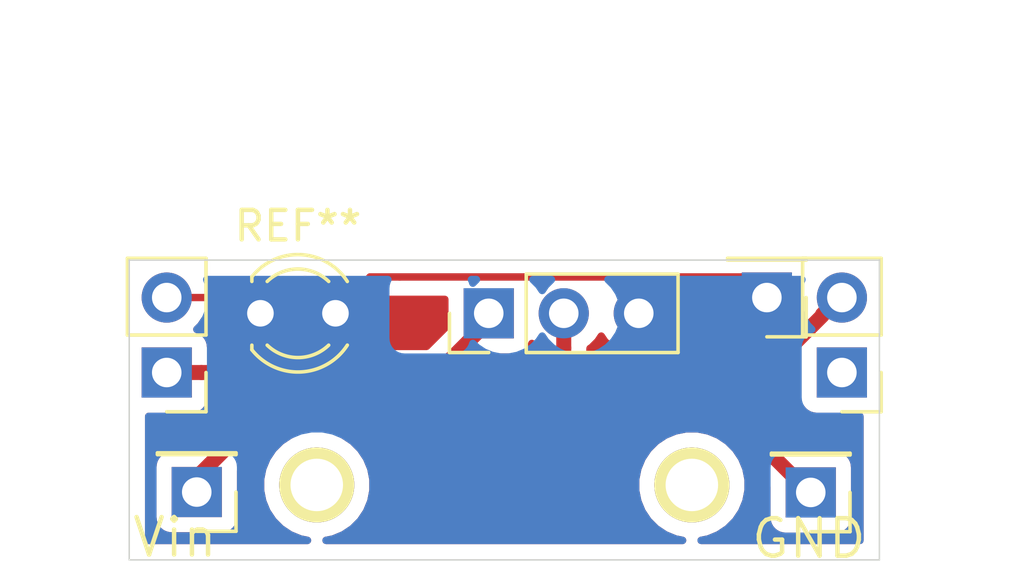
<source format=kicad_pcb>
(kicad_pcb (version 20171130) (host pcbnew ubuntu)

  (general
    (thickness 1.6)
    (drawings 6)
    (tracks 24)
    (zones 0)
    (modules 9)
    (nets 5)
  )

  (page A4)
  (title_block
    (date "jeu. 02 avril 2015")
  )

  (layers
    (0 F.Cu signal)
    (31 B.Cu signal)
    (32 B.Adhes user)
    (33 F.Adhes user)
    (34 B.Paste user)
    (35 F.Paste user)
    (36 B.SilkS user)
    (37 F.SilkS user)
    (38 B.Mask user)
    (39 F.Mask user)
    (40 Dwgs.User user)
    (41 Cmts.User user)
    (42 Eco1.User user)
    (43 Eco2.User user)
    (44 Edge.Cuts user)
    (45 Margin user)
    (46 B.CrtYd user)
    (47 F.CrtYd user)
    (48 B.Fab user hide)
    (49 F.Fab user hide)
  )

  (setup
    (last_trace_width 0.25)
    (trace_clearance 0.2)
    (zone_clearance 0.508)
    (zone_45_only no)
    (trace_min 0.2)
    (via_size 0.6)
    (via_drill 0.4)
    (via_min_size 0.4)
    (via_min_drill 0.3)
    (uvia_size 0.3)
    (uvia_drill 0.1)
    (uvias_allowed no)
    (uvia_min_size 0.2)
    (uvia_min_drill 0.1)
    (edge_width 0.1)
    (segment_width 0.15)
    (pcb_text_width 0.3)
    (pcb_text_size 1.5 1.5)
    (mod_edge_width 0.15)
    (mod_text_size 1 1)
    (mod_text_width 0.15)
    (pad_size 1.7 1.7)
    (pad_drill 1)
    (pad_to_mask_clearance 0)
    (aux_axis_origin 138.176 110.617)
    (visible_elements FFFFFF7F)
    (pcbplotparams
      (layerselection 0x00030_80000001)
      (usegerberextensions false)
      (usegerberattributes true)
      (usegerberadvancedattributes true)
      (creategerberjobfile true)
      (excludeedgelayer true)
      (linewidth 0.100000)
      (plotframeref false)
      (viasonmask false)
      (mode 1)
      (useauxorigin false)
      (hpglpennumber 1)
      (hpglpenspeed 20)
      (hpglpendiameter 15.000000)
      (psnegative false)
      (psa4output false)
      (plotreference true)
      (plotvalue true)
      (plotinvisibletext false)
      (padsonsilk false)
      (subtractmaskfromsilk false)
      (outputformat 1)
      (mirror false)
      (drillshape 1)
      (scaleselection 1)
      (outputdirectory ""))
  )

  (net 0 "")
  (net 1 "Net-(J1-Pad2)")
  (net 2 "Net-(J1-Pad1)")
  (net 3 "Net-(J7-Pad2)")
  (net 4 "Net-(J7-Pad1)")

  (net_class Default "This is the default net class."
    (clearance 0.2)
    (trace_width 0.25)
    (via_dia 0.6)
    (via_drill 0.4)
    (uvia_dia 0.3)
    (uvia_drill 0.1)
    (add_net "Net-(J1-Pad1)")
    (add_net "Net-(J1-Pad2)")
    (add_net "Net-(J7-Pad1)")
    (add_net "Net-(J7-Pad2)")
  )

  (module Connector_PinHeader_2.54mm:PinHeader_1x01_P2.54mm_Vertical (layer F.Cu) (tedit 59FED5CC) (tstamp 5FA5DBA6)
    (at 159.766 102.87 180)
    (descr "Through hole straight pin header, 1x01, 2.54mm pitch, single row")
    (tags "Through hole pin header THT 1x01 2.54mm single row")
    (path /5F5F70AD)
    (fp_text reference J8 (at 0 -2.33) (layer F.SilkS) hide
      (effects (font (size 1 1) (thickness 0.15)))
    )
    (fp_text value Conn_01x01 (at 0 4.87) (layer F.Fab)
      (effects (font (size 1 1) (thickness 0.15)))
    )
    (fp_line (start 1.8 -1.8) (end -1.8 -1.8) (layer F.CrtYd) (width 0.05))
    (fp_line (start 1.8 1.8) (end 1.8 -1.8) (layer F.CrtYd) (width 0.05))
    (fp_line (start -1.8 1.8) (end 1.8 1.8) (layer F.CrtYd) (width 0.05))
    (fp_line (start -1.8 -1.8) (end -1.8 1.8) (layer F.CrtYd) (width 0.05))
    (fp_line (start -1.33 -1.33) (end 0 -1.33) (layer F.SilkS) (width 0.12))
    (fp_line (start -1.33 0) (end -1.33 -1.33) (layer F.SilkS) (width 0.12))
    (fp_line (start -1.33 1.27) (end 1.33 1.27) (layer F.SilkS) (width 0.12))
    (fp_line (start 1.33 1.27) (end 1.33 1.33) (layer F.SilkS) (width 0.12))
    (fp_line (start -1.33 1.27) (end -1.33 1.33) (layer F.SilkS) (width 0.12))
    (fp_line (start -1.33 1.33) (end 1.33 1.33) (layer F.SilkS) (width 0.12))
    (fp_line (start -1.27 -0.635) (end -0.635 -1.27) (layer F.Fab) (width 0.1))
    (fp_line (start -1.27 1.27) (end -1.27 -0.635) (layer F.Fab) (width 0.1))
    (fp_line (start 1.27 1.27) (end -1.27 1.27) (layer F.Fab) (width 0.1))
    (fp_line (start 1.27 -1.27) (end 1.27 1.27) (layer F.Fab) (width 0.1))
    (fp_line (start -0.635 -1.27) (end 1.27 -1.27) (layer F.Fab) (width 0.1))
    (fp_text user %R (at 0 1.27 90) (layer F.Fab)
      (effects (font (size 1 1) (thickness 0.15)))
    )
    (pad 1 thru_hole rect (at 0 0 180) (size 1.7 1.7) (drill 1) (layers *.Cu *.Mask)
      (net 4 "Net-(J7-Pad1)"))
    (model ${KISYS3DMOD}/Connector_PinHeader_2.54mm.3dshapes/PinHeader_1x01_P2.54mm_Vertical.wrl
      (at (xyz 0 0 0))
      (scale (xyz 1 1 1))
      (rotate (xyz 0 0 0))
    )
  )

  (module LED_THT:LED_D3.0mm (layer F.Cu) (tedit 587A3A7B) (tstamp 5FA5D68C)
    (at 142.6187 103.4034)
    (descr "LED, diameter 3.0mm, 2 pins")
    (tags "LED diameter 3.0mm 2 pins")
    (fp_text reference REF** (at 1.27 -2.96) (layer F.SilkS)
      (effects (font (size 1 1) (thickness 0.15)))
    )
    (fp_text value LED_D3.0mm (at 1.27 2.96) (layer F.Fab) hide
      (effects (font (size 1 1) (thickness 0.15)))
    )
    (fp_line (start 3.7 -2.25) (end -1.15 -2.25) (layer F.CrtYd) (width 0.05))
    (fp_line (start 3.7 2.25) (end 3.7 -2.25) (layer F.CrtYd) (width 0.05))
    (fp_line (start -1.15 2.25) (end 3.7 2.25) (layer F.CrtYd) (width 0.05))
    (fp_line (start -1.15 -2.25) (end -1.15 2.25) (layer F.CrtYd) (width 0.05))
    (fp_line (start -0.29 1.08) (end -0.29 1.236) (layer F.SilkS) (width 0.12))
    (fp_line (start -0.29 -1.236) (end -0.29 -1.08) (layer F.SilkS) (width 0.12))
    (fp_line (start -0.23 -1.16619) (end -0.23 1.16619) (layer F.Fab) (width 0.1))
    (fp_circle (center 1.27 0) (end 2.77 0) (layer F.Fab) (width 0.1))
    (fp_arc (start 1.27 0) (end 0.229039 1.08) (angle -87.9) (layer F.SilkS) (width 0.12))
    (fp_arc (start 1.27 0) (end 0.229039 -1.08) (angle 87.9) (layer F.SilkS) (width 0.12))
    (fp_arc (start 1.27 0) (end -0.29 1.235516) (angle -108.8) (layer F.SilkS) (width 0.12))
    (fp_arc (start 1.27 0) (end -0.29 -1.235516) (angle 108.8) (layer F.SilkS) (width 0.12))
    (fp_arc (start 1.27 0) (end -0.23 -1.16619) (angle 284.3) (layer F.Fab) (width 0.1))
    (pad 2 thru_hole circle (at 2.54 0) (size 1.8 1.8) (drill 0.9) (layers *.Cu *.Mask))
    (pad 1 thru_hole rect (at 0 0) (size 1.8 1.8) (drill 0.9) (layers *.Cu *.Mask))
    (model ${KISYS3DMOD}/LED_THT.3dshapes/LED_D3.0mm.wrl
      (at (xyz 0 0 0))
      (scale (xyz 1 1 1))
      (rotate (xyz 0 0 0))
    )
  )

  (module Connector_PinHeader_2.54mm:PinHeader_1x01_P2.54mm_Vertical (layer F.Cu) (tedit 59FED5CC) (tstamp 5FA5CDA8)
    (at 161.2519 109.474 180)
    (descr "Through hole straight pin header, 1x01, 2.54mm pitch, single row")
    (tags "Through hole pin header THT 1x01 2.54mm single row")
    (path /5F5F70AD)
    (fp_text reference J8 (at 0 -2.33) (layer F.SilkS) hide
      (effects (font (size 1 1) (thickness 0.15)))
    )
    (fp_text value Conn_01x01 (at 0 4.87) (layer F.Fab) hide
      (effects (font (size 1 1) (thickness 0.15)))
    )
    (fp_line (start 1.8 -1.8) (end -1.8 -1.8) (layer F.CrtYd) (width 0.05))
    (fp_line (start 1.8 1.8) (end 1.8 -1.8) (layer F.CrtYd) (width 0.05))
    (fp_line (start -1.8 1.8) (end 1.8 1.8) (layer F.CrtYd) (width 0.05))
    (fp_line (start -1.8 -1.8) (end -1.8 1.8) (layer F.CrtYd) (width 0.05))
    (fp_line (start -1.33 -1.33) (end 0 -1.33) (layer F.SilkS) (width 0.12))
    (fp_line (start -1.33 0) (end -1.33 -1.33) (layer F.SilkS) (width 0.12))
    (fp_line (start -1.33 1.27) (end 1.33 1.27) (layer F.SilkS) (width 0.12))
    (fp_line (start 1.33 1.27) (end 1.33 1.33) (layer F.SilkS) (width 0.12))
    (fp_line (start -1.33 1.27) (end -1.33 1.33) (layer F.SilkS) (width 0.12))
    (fp_line (start -1.33 1.33) (end 1.33 1.33) (layer F.SilkS) (width 0.12))
    (fp_line (start -1.27 -0.635) (end -0.635 -1.27) (layer F.Fab) (width 0.1))
    (fp_line (start -1.27 1.27) (end -1.27 -0.635) (layer F.Fab) (width 0.1))
    (fp_line (start 1.27 1.27) (end -1.27 1.27) (layer F.Fab) (width 0.1))
    (fp_line (start 1.27 -1.27) (end 1.27 1.27) (layer F.Fab) (width 0.1))
    (fp_line (start -0.635 -1.27) (end 1.27 -1.27) (layer F.Fab) (width 0.1))
    (fp_text user %R (at 0 1.27 90) (layer F.Fab)
      (effects (font (size 1 1) (thickness 0.15)))
    )
    (pad 1 thru_hole rect (at 0 0 180) (size 1.7 1.7) (drill 1) (layers *.Cu *.Mask)
      (net 1 "Net-(J1-Pad2)"))
    (model ${KISYS3DMOD}/Connector_PinHeader_2.54mm.3dshapes/PinHeader_1x01_P2.54mm_Vertical.wrl
      (at (xyz 0 0 0))
      (scale (xyz 1 1 1))
      (rotate (xyz 0 0 0))
    )
  )

  (module Connector_PinHeader_2.54mm:PinHeader_1x01_P2.54mm_Vertical (layer F.Cu) (tedit 59FED5CC) (tstamp 5FA5CCFF)
    (at 140.462 109.4613 180)
    (descr "Through hole straight pin header, 1x01, 2.54mm pitch, single row")
    (tags "Through hole pin header THT 1x01 2.54mm single row")
    (path /5F5F70AD)
    (fp_text reference J8 (at 0 -2.33) (layer F.SilkS) hide
      (effects (font (size 1 1) (thickness 0.15)))
    )
    (fp_text value Conn_01x01 (at 0 4.87) (layer F.Fab) hide
      (effects (font (size 1 1) (thickness 0.15)))
    )
    (fp_line (start -0.635 -1.27) (end 1.27 -1.27) (layer F.Fab) (width 0.1))
    (fp_line (start 1.27 -1.27) (end 1.27 1.27) (layer F.Fab) (width 0.1))
    (fp_line (start 1.27 1.27) (end -1.27 1.27) (layer F.Fab) (width 0.1))
    (fp_line (start -1.27 1.27) (end -1.27 -0.635) (layer F.Fab) (width 0.1))
    (fp_line (start -1.27 -0.635) (end -0.635 -1.27) (layer F.Fab) (width 0.1))
    (fp_line (start -1.33 1.33) (end 1.33 1.33) (layer F.SilkS) (width 0.12))
    (fp_line (start -1.33 1.27) (end -1.33 1.33) (layer F.SilkS) (width 0.12))
    (fp_line (start 1.33 1.27) (end 1.33 1.33) (layer F.SilkS) (width 0.12))
    (fp_line (start -1.33 1.27) (end 1.33 1.27) (layer F.SilkS) (width 0.12))
    (fp_line (start -1.33 0) (end -1.33 -1.33) (layer F.SilkS) (width 0.12))
    (fp_line (start -1.33 -1.33) (end 0 -1.33) (layer F.SilkS) (width 0.12))
    (fp_line (start -1.8 -1.8) (end -1.8 1.8) (layer F.CrtYd) (width 0.05))
    (fp_line (start -1.8 1.8) (end 1.8 1.8) (layer F.CrtYd) (width 0.05))
    (fp_line (start 1.8 1.8) (end 1.8 -1.8) (layer F.CrtYd) (width 0.05))
    (fp_line (start 1.8 -1.8) (end -1.8 -1.8) (layer F.CrtYd) (width 0.05))
    (fp_text user %R (at 0 1.27 90) (layer F.Fab)
      (effects (font (size 1 1) (thickness 0.15)))
    )
    (pad 1 thru_hole rect (at 0 0 180) (size 1.7 1.7) (drill 1) (layers *.Cu *.Mask)
      (net 4 "Net-(J7-Pad1)"))
    (model ${KISYS3DMOD}/Connector_PinHeader_2.54mm.3dshapes/PinHeader_1x01_P2.54mm_Vertical.wrl
      (at (xyz 0 0 0))
      (scale (xyz 1 1 1))
      (rotate (xyz 0 0 0))
    )
  )

  (module Connector_PinHeader_2.54mm:PinHeader_1x03_P2.54mm_Vertical (layer F.Cu) (tedit 59FED5CC) (tstamp 5FA5CB17)
    (at 150.3487 103.4034 90)
    (descr "Through hole straight pin header, 1x03, 2.54mm pitch, single row")
    (tags "Through hole pin header THT 1x03 2.54mm single row")
    (fp_text reference REF** (at 0 -2.33 90) (layer F.SilkS) hide
      (effects (font (size 1 1) (thickness 0.15)))
    )
    (fp_text value PinHeader_1x03_P2.54mm_Vertical (at 0 7.41 90) (layer F.Fab)
      (effects (font (size 1 1) (thickness 0.15)))
    )
    (fp_line (start -0.635 -1.27) (end 1.27 -1.27) (layer F.Fab) (width 0.1))
    (fp_line (start 1.27 -1.27) (end 1.27 6.35) (layer F.Fab) (width 0.1))
    (fp_line (start 1.27 6.35) (end -1.27 6.35) (layer F.Fab) (width 0.1))
    (fp_line (start -1.27 6.35) (end -1.27 -0.635) (layer F.Fab) (width 0.1))
    (fp_line (start -1.27 -0.635) (end -0.635 -1.27) (layer F.Fab) (width 0.1))
    (fp_line (start -1.33 6.41) (end 1.33 6.41) (layer F.SilkS) (width 0.12))
    (fp_line (start -1.33 1.27) (end -1.33 6.41) (layer F.SilkS) (width 0.12))
    (fp_line (start 1.33 1.27) (end 1.33 6.41) (layer F.SilkS) (width 0.12))
    (fp_line (start -1.33 1.27) (end 1.33 1.27) (layer F.SilkS) (width 0.12))
    (fp_line (start -1.33 0) (end -1.33 -1.33) (layer F.SilkS) (width 0.12))
    (fp_line (start -1.33 -1.33) (end 0 -1.33) (layer F.SilkS) (width 0.12))
    (fp_line (start -1.8 -1.8) (end -1.8 6.85) (layer F.CrtYd) (width 0.05))
    (fp_line (start -1.8 6.85) (end 1.8 6.85) (layer F.CrtYd) (width 0.05))
    (fp_line (start 1.8 6.85) (end 1.8 -1.8) (layer F.CrtYd) (width 0.05))
    (fp_line (start 1.8 -1.8) (end -1.8 -1.8) (layer F.CrtYd) (width 0.05))
    (fp_text user %R (at 0 2.54) (layer F.Fab)
      (effects (font (size 1 1) (thickness 0.15)))
    )
    (pad 3 thru_hole oval (at 0 5.08 90) (size 1.7 1.7) (drill 1) (layers *.Cu *.Mask))
    (pad 2 thru_hole oval (at 0 2.54 90) (size 1.7 1.7) (drill 1) (layers *.Cu *.Mask))
    (pad 1 thru_hole rect (at 0 0 90) (size 1.7 1.7) (drill 1) (layers *.Cu *.Mask))
    (model ${KISYS3DMOD}/Connector_PinHeader_2.54mm.3dshapes/PinHeader_1x03_P2.54mm_Vertical.wrl
      (at (xyz 0 0 0))
      (scale (xyz 1 1 1))
      (rotate (xyz 0 0 0))
    )
  )

  (module Connector_PinHeader_2.54mm:PinHeader_1x02_P2.54mm_Vertical (layer F.Cu) (tedit 59FED5CC) (tstamp 5F5EF736)
    (at 139.446 105.41 180)
    (descr "Through hole straight pin header, 1x02, 2.54mm pitch, single row")
    (tags "Through hole pin header THT 1x02 2.54mm single row")
    (path /5F5F70AD)
    (fp_text reference J8 (at 0 -2.33) (layer F.SilkS) hide
      (effects (font (size 1 1) (thickness 0.15)))
    )
    (fp_text value Conn_01x02 (at 0 4.87) (layer F.Fab) hide
      (effects (font (size 1 1) (thickness 0.15)))
    )
    (fp_line (start -0.635 -1.27) (end 1.27 -1.27) (layer F.Fab) (width 0.1))
    (fp_line (start 1.27 -1.27) (end 1.27 3.81) (layer F.Fab) (width 0.1))
    (fp_line (start 1.27 3.81) (end -1.27 3.81) (layer F.Fab) (width 0.1))
    (fp_line (start -1.27 3.81) (end -1.27 -0.635) (layer F.Fab) (width 0.1))
    (fp_line (start -1.27 -0.635) (end -0.635 -1.27) (layer F.Fab) (width 0.1))
    (fp_line (start -1.33 3.87) (end 1.33 3.87) (layer F.SilkS) (width 0.12))
    (fp_line (start -1.33 1.27) (end -1.33 3.87) (layer F.SilkS) (width 0.12))
    (fp_line (start 1.33 1.27) (end 1.33 3.87) (layer F.SilkS) (width 0.12))
    (fp_line (start -1.33 1.27) (end 1.33 1.27) (layer F.SilkS) (width 0.12))
    (fp_line (start -1.33 0) (end -1.33 -1.33) (layer F.SilkS) (width 0.12))
    (fp_line (start -1.33 -1.33) (end 0 -1.33) (layer F.SilkS) (width 0.12))
    (fp_line (start -1.8 -1.8) (end -1.8 4.35) (layer F.CrtYd) (width 0.05))
    (fp_line (start -1.8 4.35) (end 1.8 4.35) (layer F.CrtYd) (width 0.05))
    (fp_line (start 1.8 4.35) (end 1.8 -1.8) (layer F.CrtYd) (width 0.05))
    (fp_line (start 1.8 -1.8) (end -1.8 -1.8) (layer F.CrtYd) (width 0.05))
    (fp_text user %R (at 0 1.27 90) (layer F.Fab)
      (effects (font (size 1 1) (thickness 0.15)))
    )
    (pad 2 thru_hole oval (at 0 2.54 180) (size 1.7 1.7) (drill 1) (layers *.Cu *.Mask)
      (net 3 "Net-(J7-Pad2)"))
    (pad 1 thru_hole rect (at 0 0 180) (size 1.7 1.7) (drill 1) (layers *.Cu *.Mask)
      (net 4 "Net-(J7-Pad1)"))
    (model ${KISYS3DMOD}/Connector_PinHeader_2.54mm.3dshapes/PinHeader_1x02_P2.54mm_Vertical.wrl
      (at (xyz 0 0 0))
      (scale (xyz 1 1 1))
      (rotate (xyz 0 0 0))
    )
  )

  (module Connector_PinHeader_2.54mm:PinHeader_1x02_P2.54mm_Vertical (layer F.Cu) (tedit 59FED5CC) (tstamp 5F5EF69C)
    (at 162.306 105.41 180)
    (descr "Through hole straight pin header, 1x02, 2.54mm pitch, single row")
    (tags "Through hole pin header THT 1x02 2.54mm single row")
    (path /5F5F4DE6)
    (fp_text reference J1 (at 0 -2.33) (layer F.SilkS) hide
      (effects (font (size 1 1) (thickness 0.15)))
    )
    (fp_text value Conn_01x02 (at 0 4.87) (layer F.Fab)
      (effects (font (size 1 1) (thickness 0.15)))
    )
    (fp_line (start -0.635 -1.27) (end 1.27 -1.27) (layer F.Fab) (width 0.1))
    (fp_line (start 1.27 -1.27) (end 1.27 3.81) (layer F.Fab) (width 0.1))
    (fp_line (start 1.27 3.81) (end -1.27 3.81) (layer F.Fab) (width 0.1))
    (fp_line (start -1.27 3.81) (end -1.27 -0.635) (layer F.Fab) (width 0.1))
    (fp_line (start -1.27 -0.635) (end -0.635 -1.27) (layer F.Fab) (width 0.1))
    (fp_line (start -1.33 3.87) (end 1.33 3.87) (layer F.SilkS) (width 0.12))
    (fp_line (start -1.33 1.27) (end -1.33 3.87) (layer F.SilkS) (width 0.12))
    (fp_line (start 1.33 1.27) (end 1.33 3.87) (layer F.SilkS) (width 0.12))
    (fp_line (start -1.33 1.27) (end 1.33 1.27) (layer F.SilkS) (width 0.12))
    (fp_line (start -1.33 0) (end -1.33 -1.33) (layer F.SilkS) (width 0.12))
    (fp_line (start -1.33 -1.33) (end 0 -1.33) (layer F.SilkS) (width 0.12))
    (fp_line (start -1.8 -1.8) (end -1.8 4.35) (layer F.CrtYd) (width 0.05))
    (fp_line (start -1.8 4.35) (end 1.8 4.35) (layer F.CrtYd) (width 0.05))
    (fp_line (start 1.8 4.35) (end 1.8 -1.8) (layer F.CrtYd) (width 0.05))
    (fp_line (start 1.8 -1.8) (end -1.8 -1.8) (layer F.CrtYd) (width 0.05))
    (fp_text user %R (at 0 1.27 90) (layer F.Fab)
      (effects (font (size 1 1) (thickness 0.15)))
    )
    (pad 2 thru_hole oval (at 0 2.54 180) (size 1.7 1.7) (drill 1) (layers *.Cu *.Mask)
      (net 1 "Net-(J1-Pad2)"))
    (pad 1 thru_hole rect (at 0 0 180) (size 1.7 1.7) (drill 1) (layers *.Cu *.Mask)
      (net 2 "Net-(J1-Pad1)"))
    (model ${KISYS3DMOD}/Connector_PinHeader_2.54mm.3dshapes/PinHeader_1x02_P2.54mm_Vertical.wrl
      (at (xyz 0 0 0))
      (scale (xyz 1 1 1))
      (rotate (xyz 0 0 0))
    )
  )

  (module Socket_Arduino_Nano:1pin_Nano (layer F.Cu) (tedit 55211594) (tstamp 5F9AEA14)
    (at 144.526 109.22)
    (descr "module 1 pin (ou trou mecanique de percage)")
    (tags DEV)
    (path /56D73D86)
    (fp_text reference P4 (at 0 -2.032) (layer F.SilkS) hide
      (effects (font (size 1 1) (thickness 0.15)))
    )
    (fp_text value CONN_01X01 (at 0 2.032) (layer F.Fab) hide
      (effects (font (size 1 1) (thickness 0.15)))
    )
    (pad 1 thru_hole circle (at 0 0) (size 2.54 2.54) (drill 1.778) (layers *.Cu *.Mask F.SilkS))
  )

  (module Socket_Arduino_Nano:1pin_Nano (layer F.Cu) (tedit 552115A5) (tstamp 5521155D)
    (at 157.226 109.22)
    (descr "module 1 pin (ou trou mecanique de percage)")
    (tags DEV)
    (path /56D73DAE)
    (fp_text reference P5 (at 0 -2.032) (layer F.SilkS) hide
      (effects (font (size 1 1) (thickness 0.15)))
    )
    (fp_text value CONN_01X01 (at 0 2.032) (layer F.Fab) hide
      (effects (font (size 1 1) (thickness 0.15)))
    )
    (pad 1 thru_hole circle (at 0 0) (size 2.54 2.54) (drill 1.778) (layers *.Cu *.Mask F.SilkS))
  )

  (gr_text GND (at 161.1884 111.0361) (layer F.SilkS)
    (effects (font (size 1.27 1.27) (thickness 0.15)))
  )
  (gr_text Vin (at 139.7254 110.998) (layer F.SilkS)
    (effects (font (size 1.27 1.27) (thickness 0.15)))
  )
  (gr_line (start 163.576 101.6) (end 138.176 101.6) (angle 90) (layer Edge.Cuts) (width 0.0508))
  (gr_line (start 138.176 101.6) (end 138.176 111.76) (angle 90) (layer Edge.Cuts) (width 0.0508))
  (gr_line (start 163.576 101.6) (end 163.576 111.76) (angle 90) (layer Edge.Cuts) (width 0.0508))
  (gr_line (start 138.176 111.76) (end 163.576 111.76) (angle 90) (layer Edge.Cuts) (width 0.0508))

  (segment (start 151.6695 106.6292) (end 152.8887 105.41) (width 0.508) (layer F.Cu) (net 0))
  (segment (start 152.8887 105.41) (end 152.8887 104.578401) (width 0.508) (layer F.Cu) (net 0))
  (segment (start 152.8887 104.578401) (end 152.8887 103.5304) (width 0.508) (layer F.Cu) (net 0))
  (segment (start 148.6088 105.41) (end 150.5011 103.5177) (width 0.5) (layer F.Cu) (net 0))
  (segment (start 162.306 102.87) (end 162.2171 102.87) (width 0.25) (layer F.Cu) (net 1))
  (segment (start 162.2171 102.87) (end 161.6456 103.4415) (width 0.5) (layer F.Cu) (net 1))
  (segment (start 161.6456 103.4415) (end 161.6456 103.4796) (width 0.25) (layer F.Cu) (net 1))
  (segment (start 161.6456 103.4796) (end 160.0454 105.0798) (width 0.5) (layer F.Cu) (net 1))
  (segment (start 160.0454 105.0798) (end 160.0454 108.3183) (width 0.5) (layer F.Cu) (net 1))
  (segment (start 160.0454 108.3183) (end 161.2011 109.474) (width 0.5) (layer F.Cu) (net 1))
  (segment (start 139.446 102.87) (end 142.9766 102.87) (width 0.25) (layer F.Cu) (net 3))
  (segment (start 142.9766 102.87) (end 143.2687 103.1621) (width 0.25) (layer F.Cu) (net 3))
  (segment (start 141.4907 105.41) (end 140.621001 105.41) (width 0.508) (layer F.Cu) (net 4))
  (segment (start 140.621001 105.41) (end 140.0175 105.41) (width 0.508) (layer F.Cu) (net 4))
  (segment (start 140.462 109.4613) (end 140.462 108.966) (width 0.25) (layer F.Cu) (net 4))
  (segment (start 140.462 108.966) (end 142.7988 106.6292) (width 0.508) (layer F.Cu) (net 4))
  (segment (start 142.7988 106.6292) (end 151.6695 106.6292) (width 0.508) (layer F.Cu) (net 4))
  (segment (start 159.766 102.87) (end 159.0675 102.1715) (width 0.25) (layer F.Cu) (net 4))
  (segment (start 159.0675 102.1715) (end 147.3327 102.1715) (width 0.25) (layer F.Cu) (net 4))
  (segment (start 147.3327 102.1715) (end 146.3294 102.1715) (width 0.25) (layer F.Cu) (net 4))
  (segment (start 146.3294 102.1715) (end 146.034601 102.466299) (width 0.25) (layer F.Cu) (net 4))
  (segment (start 146.034601 102.466299) (end 146.034601 102.491699) (width 0.25) (layer F.Cu) (net 4))
  (segment (start 146.034601 102.491699) (end 145.288 103.2383) (width 0.25) (layer F.Cu) (net 4))
  (segment (start 141.4907 105.41) (end 148.6088 105.41) (width 0.5) (layer F.Cu) (net 4))

  (zone (net 0) (net_name "") (layer F.Cu) (tstamp 0) (hatch edge 0.508)
    (connect_pads (clearance 0.508))
    (min_thickness 0.254)
    (fill yes (arc_segments 32) (thermal_gap 0.508) (thermal_bridge_width 0.508))
    (polygon
      (pts
        (xy 163.8808 111.9378) (xy 137.9982 111.9886) (xy 137.145713 100.1141) (xy 165.571488 97.7265)
      )
    )
    (filled_polygon
      (pts
        (xy 140.197537 107.973228) (xy 139.612 107.973228) (xy 139.487518 107.985488) (xy 139.36782 108.021798) (xy 139.257506 108.080763)
        (xy 139.160815 108.160115) (xy 139.081463 108.256806) (xy 139.022498 108.36712) (xy 138.986188 108.486818) (xy 138.973928 108.6113)
        (xy 138.973928 110.3113) (xy 138.986188 110.435782) (xy 139.022498 110.55548) (xy 139.081463 110.665794) (xy 139.160815 110.762485)
        (xy 139.257506 110.841837) (xy 139.36782 110.900802) (xy 139.487518 110.937112) (xy 139.612 110.949372) (xy 141.312 110.949372)
        (xy 141.436482 110.937112) (xy 141.55618 110.900802) (xy 141.666494 110.841837) (xy 141.763185 110.762485) (xy 141.842537 110.665794)
        (xy 141.901502 110.55548) (xy 141.937812 110.435782) (xy 141.950072 110.3113) (xy 141.950072 108.735163) (xy 143.167035 107.5182)
        (xy 143.656504 107.5182) (xy 143.623644 107.531811) (xy 143.311634 107.74029) (xy 143.04629 108.005634) (xy 142.837811 108.317644)
        (xy 142.694209 108.664332) (xy 142.621 109.032374) (xy 142.621 109.407626) (xy 142.694209 109.775668) (xy 142.837811 110.122356)
        (xy 143.04629 110.434366) (xy 143.311634 110.69971) (xy 143.623644 110.908189) (xy 143.970332 111.051791) (xy 144.210681 111.0996)
        (xy 138.8364 111.0996) (xy 138.8364 106.898072) (xy 140.296 106.898072) (xy 140.420482 106.885812) (xy 140.54018 106.849502)
        (xy 140.650494 106.790537) (xy 140.747185 106.711185) (xy 140.826537 106.614494) (xy 140.885502 106.50418) (xy 140.921812 106.384482)
        (xy 140.930231 106.299) (xy 141.534367 106.299) (xy 141.574979 106.295) (xy 141.875765 106.295)
      )
    )
    (filled_polygon
      (pts
        (xy 158.277928 103.72) (xy 158.290188 103.844482) (xy 158.326498 103.96418) (xy 158.385463 104.074494) (xy 158.464815 104.171185)
        (xy 158.561506 104.250537) (xy 158.67182 104.309502) (xy 158.791518 104.345812) (xy 158.916 104.358072) (xy 159.51555 104.358072)
        (xy 159.450356 104.423266) (xy 159.416583 104.450983) (xy 159.305989 104.585742) (xy 159.223811 104.739488) (xy 159.19595 104.831332)
        (xy 159.173205 104.90631) (xy 159.171832 104.920251) (xy 159.1604 105.036324) (xy 159.1604 105.036331) (xy 159.156119 105.0798)
        (xy 159.1604 105.123269) (xy 159.160401 108.274821) (xy 159.156119 108.3183) (xy 159.173205 108.49179) (xy 159.223812 108.658613)
        (xy 159.30599 108.812359) (xy 159.388868 108.913346) (xy 159.388871 108.913349) (xy 159.416584 108.947117) (xy 159.450351 108.974829)
        (xy 159.763828 109.288306) (xy 159.763828 110.324) (xy 159.776088 110.448482) (xy 159.812398 110.56818) (xy 159.871363 110.678494)
        (xy 159.950715 110.775185) (xy 160.047406 110.854537) (xy 160.15772 110.913502) (xy 160.277418 110.949812) (xy 160.4019 110.962072)
        (xy 162.1019 110.962072) (xy 162.226382 110.949812) (xy 162.34608 110.913502) (xy 162.456394 110.854537) (xy 162.553085 110.775185)
        (xy 162.632437 110.678494) (xy 162.691402 110.56818) (xy 162.727712 110.448482) (xy 162.739972 110.324) (xy 162.739972 108.624)
        (xy 162.727712 108.499518) (xy 162.691402 108.37982) (xy 162.632437 108.269506) (xy 162.553085 108.172815) (xy 162.456394 108.093463)
        (xy 162.34608 108.034498) (xy 162.226382 107.998188) (xy 162.1019 107.985928) (xy 160.964606 107.985928) (xy 160.9304 107.951722)
        (xy 160.9304 106.62051) (xy 161.004815 106.711185) (xy 161.101506 106.790537) (xy 161.21182 106.849502) (xy 161.331518 106.885812)
        (xy 161.456 106.898072) (xy 162.915601 106.898072) (xy 162.915601 111.0996) (xy 157.541319 111.0996) (xy 157.781668 111.051791)
        (xy 158.128356 110.908189) (xy 158.440366 110.69971) (xy 158.70571 110.434366) (xy 158.914189 110.122356) (xy 159.057791 109.775668)
        (xy 159.131 109.407626) (xy 159.131 109.032374) (xy 159.057791 108.664332) (xy 158.914189 108.317644) (xy 158.70571 108.005634)
        (xy 158.440366 107.74029) (xy 158.128356 107.531811) (xy 157.781668 107.388209) (xy 157.413626 107.315) (xy 157.038374 107.315)
        (xy 156.670332 107.388209) (xy 156.323644 107.531811) (xy 156.011634 107.74029) (xy 155.74629 108.005634) (xy 155.537811 108.317644)
        (xy 155.394209 108.664332) (xy 155.321 109.032374) (xy 155.321 109.407626) (xy 155.394209 109.775668) (xy 155.537811 110.122356)
        (xy 155.74629 110.434366) (xy 156.011634 110.69971) (xy 156.323644 110.908189) (xy 156.670332 111.051791) (xy 156.910681 111.0996)
        (xy 144.841319 111.0996) (xy 145.081668 111.051791) (xy 145.428356 110.908189) (xy 145.740366 110.69971) (xy 146.00571 110.434366)
        (xy 146.214189 110.122356) (xy 146.357791 109.775668) (xy 146.431 109.407626) (xy 146.431 109.032374) (xy 146.357791 108.664332)
        (xy 146.214189 108.317644) (xy 146.00571 108.005634) (xy 145.740366 107.74029) (xy 145.428356 107.531811) (xy 145.395496 107.5182)
        (xy 151.62584 107.5182) (xy 151.6695 107.5225) (xy 151.71316 107.5182) (xy 151.713167 107.5182) (xy 151.843774 107.505336)
        (xy 152.011351 107.454503) (xy 152.165791 107.371953) (xy 152.301159 107.260859) (xy 152.328999 107.226936) (xy 153.486443 106.069493)
        (xy 153.520359 106.041659) (xy 153.631453 105.906291) (xy 153.714003 105.751851) (xy 153.733996 105.685942) (xy 153.764836 105.584276)
        (xy 153.768106 105.551076) (xy 153.7777 105.453667) (xy 153.7777 105.453661) (xy 153.782 105.410001) (xy 153.7777 105.366341)
        (xy 153.7777 104.595383) (xy 153.835332 104.556875) (xy 154.042175 104.350032) (xy 154.1587 104.17564) (xy 154.275225 104.350032)
        (xy 154.482068 104.556875) (xy 154.725289 104.71939) (xy 154.995542 104.831332) (xy 155.28244 104.8884) (xy 155.57496 104.8884)
        (xy 155.861858 104.831332) (xy 156.132111 104.71939) (xy 156.375332 104.556875) (xy 156.582175 104.350032) (xy 156.74469 104.106811)
        (xy 156.856632 103.836558) (xy 156.9137 103.54966) (xy 156.9137 103.25714) (xy 156.856632 102.970242) (xy 156.840585 102.9315)
        (xy 158.277928 102.9315)
      )
    )
    (filled_polygon
      (pts
        (xy 151.942068 104.556875) (xy 151.9997 104.595383) (xy 151.9997 105.041764) (xy 151.301265 105.7402) (xy 149.530178 105.7402)
        (xy 150.378907 104.891472) (xy 151.1987 104.891472) (xy 151.323182 104.879212) (xy 151.44288 104.842902) (xy 151.553194 104.783937)
        (xy 151.649885 104.704585) (xy 151.729237 104.607894) (xy 151.788202 104.49758) (xy 151.810213 104.42502)
      )
    )
    (filled_polygon
      (pts
        (xy 148.860628 103.906594) (xy 148.242222 104.525) (xy 146.207917 104.525) (xy 146.351012 104.381905) (xy 146.518999 104.130495)
        (xy 146.634711 103.851143) (xy 146.6937 103.554584) (xy 146.6937 103.252216) (xy 146.635159 102.957911) (xy 146.656834 102.9315)
        (xy 148.860628 102.9315)
      )
    )
    (filled_polygon
      (pts
        (xy 141.080628 104.3034) (xy 141.092888 104.427882) (xy 141.121135 104.521) (xy 140.930231 104.521) (xy 140.921812 104.435518)
        (xy 140.885502 104.31582) (xy 140.826537 104.205506) (xy 140.747185 104.108815) (xy 140.650494 104.029463) (xy 140.54018 103.970498)
        (xy 140.46762 103.948487) (xy 140.599475 103.816632) (xy 140.724178 103.63) (xy 141.080628 103.63)
      )
    )
    (filled_polygon
      (pts
        (xy 144.113756 102.277527) (xy 144.10856 102.2604) (xy 144.130883 102.2604)
      )
    )
  )
  (zone (net 0) (net_name "") (layer B.Cu) (tstamp 0) (hatch edge 0.508)
    (connect_pads (clearance 0.508))
    (min_thickness 0.254)
    (fill yes (arc_segments 32) (thermal_gap 0.508) (thermal_bridge_width 0.508))
    (polygon
      (pts
        (xy 168.48455 94.2594) (xy 136.62025 92.7862) (xy 133.80085 112.14735) (xy 164.49675 112.10925)
      )
    )
    (filled_polygon
      (pts
        (xy 146.909198 102.30922) (xy 146.872888 102.428918) (xy 146.860628 102.5534) (xy 146.860628 104.2534) (xy 146.872888 104.377882)
        (xy 146.909198 104.49758) (xy 146.968163 104.607894) (xy 147.047515 104.704585) (xy 147.144206 104.783937) (xy 147.25452 104.842902)
        (xy 147.374218 104.879212) (xy 147.4987 104.891472) (xy 149.1987 104.891472) (xy 149.323182 104.879212) (xy 149.44288 104.842902)
        (xy 149.553194 104.783937) (xy 149.649885 104.704585) (xy 149.729237 104.607894) (xy 149.788202 104.49758) (xy 149.810213 104.42502)
        (xy 149.942068 104.556875) (xy 150.185289 104.71939) (xy 150.455542 104.831332) (xy 150.74244 104.8884) (xy 151.03496 104.8884)
        (xy 151.321858 104.831332) (xy 151.592111 104.71939) (xy 151.835332 104.556875) (xy 152.042175 104.350032) (xy 152.1587 104.17564)
        (xy 152.275225 104.350032) (xy 152.482068 104.556875) (xy 152.725289 104.71939) (xy 152.995542 104.831332) (xy 153.28244 104.8884)
        (xy 153.57496 104.8884) (xy 153.861858 104.831332) (xy 154.132111 104.71939) (xy 154.375332 104.556875) (xy 154.582175 104.350032)
        (xy 154.74469 104.106811) (xy 154.856632 103.836558) (xy 154.9137 103.54966) (xy 154.9137 103.25714) (xy 154.856632 102.970242)
        (xy 154.74469 102.699989) (xy 154.582175 102.456768) (xy 154.385807 102.2604) (xy 160.951152 102.2604) (xy 160.878068 102.436842)
        (xy 160.821 102.72374) (xy 160.821 103.01626) (xy 160.878068 103.303158) (xy 160.99001 103.573411) (xy 161.152525 103.816632)
        (xy 161.28438 103.948487) (xy 161.21182 103.970498) (xy 161.101506 104.029463) (xy 161.004815 104.108815) (xy 160.925463 104.205506)
        (xy 160.866498 104.31582) (xy 160.830188 104.435518) (xy 160.817928 104.56) (xy 160.817928 106.26) (xy 160.830188 106.384482)
        (xy 160.866498 106.50418) (xy 160.925463 106.614494) (xy 161.004815 106.711185) (xy 161.101506 106.790537) (xy 161.21182 106.849502)
        (xy 161.331518 106.885812) (xy 161.456 106.898072) (xy 162.915601 106.898072) (xy 162.915601 111.0996) (xy 157.541319 111.0996)
        (xy 157.781668 111.051791) (xy 158.128356 110.908189) (xy 158.440366 110.69971) (xy 158.70571 110.434366) (xy 158.914189 110.122356)
        (xy 159.057791 109.775668) (xy 159.131 109.407626) (xy 159.131 109.032374) (xy 159.057791 108.664332) (xy 159.041086 108.624)
        (xy 159.763828 108.624) (xy 159.763828 110.324) (xy 159.776088 110.448482) (xy 159.812398 110.56818) (xy 159.871363 110.678494)
        (xy 159.950715 110.775185) (xy 160.047406 110.854537) (xy 160.15772 110.913502) (xy 160.277418 110.949812) (xy 160.4019 110.962072)
        (xy 162.1019 110.962072) (xy 162.226382 110.949812) (xy 162.34608 110.913502) (xy 162.456394 110.854537) (xy 162.553085 110.775185)
        (xy 162.632437 110.678494) (xy 162.691402 110.56818) (xy 162.727712 110.448482) (xy 162.739972 110.324) (xy 162.739972 108.624)
        (xy 162.727712 108.499518) (xy 162.691402 108.37982) (xy 162.632437 108.269506) (xy 162.553085 108.172815) (xy 162.456394 108.093463)
        (xy 162.34608 108.034498) (xy 162.226382 107.998188) (xy 162.1019 107.985928) (xy 160.4019 107.985928) (xy 160.277418 107.998188)
        (xy 160.15772 108.034498) (xy 160.047406 108.093463) (xy 159.950715 108.172815) (xy 159.871363 108.269506) (xy 159.812398 108.37982)
        (xy 159.776088 108.499518) (xy 159.763828 108.624) (xy 159.041086 108.624) (xy 158.914189 108.317644) (xy 158.70571 108.005634)
        (xy 158.440366 107.74029) (xy 158.128356 107.531811) (xy 157.781668 107.388209) (xy 157.413626 107.315) (xy 157.038374 107.315)
        (xy 156.670332 107.388209) (xy 156.323644 107.531811) (xy 156.011634 107.74029) (xy 155.74629 108.005634) (xy 155.537811 108.317644)
        (xy 155.394209 108.664332) (xy 155.321 109.032374) (xy 155.321 109.407626) (xy 155.394209 109.775668) (xy 155.537811 110.122356)
        (xy 155.74629 110.434366) (xy 156.011634 110.69971) (xy 156.323644 110.908189) (xy 156.670332 111.051791) (xy 156.910681 111.0996)
        (xy 144.841319 111.0996) (xy 145.081668 111.051791) (xy 145.428356 110.908189) (xy 145.740366 110.69971) (xy 146.00571 110.434366)
        (xy 146.214189 110.122356) (xy 146.357791 109.775668) (xy 146.431 109.407626) (xy 146.431 109.032374) (xy 146.357791 108.664332)
        (xy 146.214189 108.317644) (xy 146.00571 108.005634) (xy 145.740366 107.74029) (xy 145.428356 107.531811) (xy 145.081668 107.388209)
        (xy 144.713626 107.315) (xy 144.338374 107.315) (xy 143.970332 107.388209) (xy 143.623644 107.531811) (xy 143.311634 107.74029)
        (xy 143.04629 108.005634) (xy 142.837811 108.317644) (xy 142.694209 108.664332) (xy 142.621 109.032374) (xy 142.621 109.407626)
        (xy 142.694209 109.775668) (xy 142.837811 110.122356) (xy 143.04629 110.434366) (xy 143.311634 110.69971) (xy 143.623644 110.908189)
        (xy 143.970332 111.051791) (xy 144.210681 111.0996) (xy 138.8364 111.0996) (xy 138.8364 108.6113) (xy 138.973928 108.6113)
        (xy 138.973928 110.3113) (xy 138.986188 110.435782) (xy 139.022498 110.55548) (xy 139.081463 110.665794) (xy 139.160815 110.762485)
        (xy 139.257506 110.841837) (xy 139.36782 110.900802) (xy 139.487518 110.937112) (xy 139.612 110.949372) (xy 141.312 110.949372)
        (xy 141.436482 110.937112) (xy 141.55618 110.900802) (xy 141.666494 110.841837) (xy 141.763185 110.762485) (xy 141.842537 110.665794)
        (xy 141.901502 110.55548) (xy 141.937812 110.435782) (xy 141.950072 110.3113) (xy 141.950072 108.6113) (xy 141.937812 108.486818)
        (xy 141.901502 108.36712) (xy 141.842537 108.256806) (xy 141.763185 108.160115) (xy 141.666494 108.080763) (xy 141.55618 108.021798)
        (xy 141.436482 107.985488) (xy 141.312 107.973228) (xy 139.612 107.973228) (xy 139.487518 107.985488) (xy 139.36782 108.021798)
        (xy 139.257506 108.080763) (xy 139.160815 108.160115) (xy 139.081463 108.256806) (xy 139.022498 108.36712) (xy 138.986188 108.486818)
        (xy 138.973928 108.6113) (xy 138.8364 108.6113) (xy 138.8364 106.898072) (xy 140.296 106.898072) (xy 140.420482 106.885812)
        (xy 140.54018 106.849502) (xy 140.650494 106.790537) (xy 140.747185 106.711185) (xy 140.826537 106.614494) (xy 140.885502 106.50418)
        (xy 140.921812 106.384482) (xy 140.934072 106.26) (xy 140.934072 104.56) (xy 140.921812 104.435518) (xy 140.885502 104.31582)
        (xy 140.826537 104.205506) (xy 140.747185 104.108815) (xy 140.650494 104.029463) (xy 140.54018 103.970498) (xy 140.46762 103.948487)
        (xy 140.599475 103.816632) (xy 140.76199 103.573411) (xy 140.873932 103.303158) (xy 140.931 103.01626) (xy 140.931 102.72374)
        (xy 140.873932 102.436842) (xy 140.800848 102.2604) (xy 146.935293 102.2604)
      )
    )
    (filled_polygon
      (pts
        (xy 152.275225 102.456768) (xy 152.1587 102.63116) (xy 152.042175 102.456768) (xy 151.845807 102.2604) (xy 152.471593 102.2604)
      )
    )
    (filled_polygon
      (pts
        (xy 149.810213 102.38178) (xy 149.788202 102.30922) (xy 149.762107 102.2604) (xy 149.931593 102.2604)
      )
    )
  )
)

</source>
